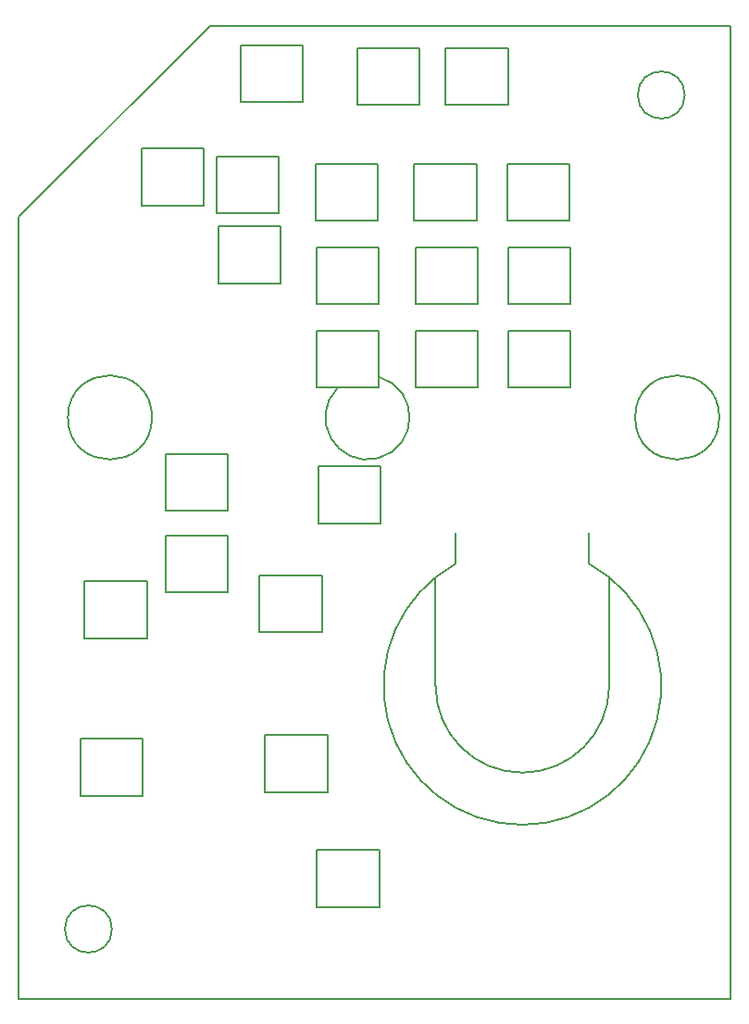
<source format=gbr>
%TF.GenerationSoftware,KiCad,Pcbnew,(6.0.7-1)-1*%
%TF.CreationDate,2023-10-29T11:46:33+10:00*%
%TF.ProjectId,Landing Gear Panel PCB V2,4c616e64-696e-4672-9047-656172205061,rev?*%
%TF.SameCoordinates,Original*%
%TF.FileFunction,OtherDrawing,Comment*%
%FSLAX46Y46*%
G04 Gerber Fmt 4.6, Leading zero omitted, Abs format (unit mm)*
G04 Created by KiCad (PCBNEW (6.0.7-1)-1) date 2023-10-29 11:46:33*
%MOMM*%
%LPD*%
G01*
G04 APERTURE LIST*
%ADD10C,0.200000*%
G04 APERTURE END LIST*
D10*
X102311199Y-87664691D02*
G75*
G03*
X114503199Y-87664690I6096001J-11141309D01*
G01*
X127457200Y-38481000D02*
X79832200Y-38481000D01*
X107123030Y-63932061D02*
X112823030Y-63932061D01*
X62369700Y-55943500D02*
X62369700Y-127381000D01*
X89618881Y-113832221D02*
X89618881Y-119032221D01*
X95318881Y-119032221D02*
X95318881Y-113832221D01*
X86278088Y-62020099D02*
X86278088Y-56820099D01*
X104312879Y-66371638D02*
X98612879Y-66371638D01*
X107123030Y-66371638D02*
X107123030Y-71571638D01*
X73573305Y-49729192D02*
X73573305Y-54929192D01*
X90079586Y-93903260D02*
X90079586Y-88703260D01*
X89584287Y-66371638D02*
X89584287Y-71571638D01*
X75768678Y-90286287D02*
X81468678Y-90286287D01*
X107082995Y-45717260D02*
X107082995Y-40517260D01*
X112823030Y-63932061D02*
X112823030Y-58732061D01*
X91525105Y-71571648D02*
G75*
G03*
X95284284Y-70585723I2721595J-2717472D01*
G01*
X89720329Y-83946820D02*
X95420329Y-83946820D01*
X107082995Y-40517260D02*
X101382995Y-40517260D01*
X94306116Y-71571638D02*
X94102948Y-71571638D01*
X93900055Y-71571638D01*
X93807188Y-71571638D01*
X81468678Y-77622010D02*
X75768678Y-77622010D01*
X107023815Y-56342091D02*
X112723815Y-56342091D01*
X80578088Y-62020099D02*
X86278088Y-62020099D01*
X93320855Y-71571638D02*
X93112117Y-71571638D01*
X92906035Y-71571638D01*
X92703029Y-71571638D01*
X92475330Y-71571638D01*
X92391249Y-71571638D01*
X101382995Y-45717260D02*
X107082995Y-45717260D01*
X104213664Y-51142091D02*
X98513664Y-51142091D01*
X80463256Y-55646895D02*
X86163256Y-55646895D01*
X98612879Y-71571638D02*
X104312879Y-71571638D01*
X112823030Y-58732061D02*
X107123030Y-58732061D01*
X112723815Y-51142091D02*
X107023815Y-51142091D01*
X104312879Y-58732061D02*
X98612879Y-58732061D01*
X81468678Y-90286287D02*
X81468678Y-85086287D01*
X95284287Y-71571638D02*
X95073370Y-71571638D01*
X94860794Y-71571638D01*
X94646496Y-71571638D01*
X94430414Y-71571638D01*
X94306116Y-71571638D01*
X104213664Y-56342091D02*
X104213664Y-51142091D01*
X100469700Y-88892066D02*
X100469700Y-98806000D01*
X81468678Y-85086287D02*
X75768678Y-85086287D01*
X86163256Y-50446895D02*
X80463256Y-50446895D01*
X88334328Y-45465962D02*
X88334328Y-40265962D01*
X89485072Y-56342091D02*
X95185072Y-56342091D01*
X88334328Y-40265962D02*
X82634328Y-40265962D01*
X82634328Y-45465962D02*
X88334328Y-45465962D01*
X98612879Y-58732061D02*
X98612879Y-63932061D01*
X107123030Y-71571638D02*
X112823030Y-71571638D01*
X95185072Y-56342091D02*
X95185072Y-51142091D01*
X73573305Y-54929192D02*
X79273305Y-54929192D01*
X116344700Y-98806000D02*
X116344700Y-88892066D01*
X90573655Y-103313572D02*
X84873655Y-103313572D01*
X95318881Y-113832221D02*
X89618881Y-113832221D01*
X112823030Y-71571638D02*
X112823030Y-66371638D01*
X84873655Y-108513572D02*
X90573655Y-108513572D01*
X95284287Y-70585710D02*
X95284287Y-70800489D01*
X95284287Y-71015679D01*
X95284287Y-71231384D01*
X95284287Y-71447707D01*
X95284287Y-71571638D01*
X89618881Y-119032221D02*
X95318881Y-119032221D01*
X127457200Y-127381000D02*
X127457200Y-38481000D01*
X126413704Y-74289123D02*
G75*
G03*
X126413704Y-74289123I-3846004J0D01*
G01*
X75768678Y-85086287D02*
X75768678Y-90286287D01*
X95420329Y-78746820D02*
X89720329Y-78746820D01*
X89584287Y-71571638D02*
X91525115Y-71571638D01*
X89584287Y-63932061D02*
X95284287Y-63932061D01*
X104312879Y-63932061D02*
X104312879Y-58732061D01*
X70872349Y-121031000D02*
G75*
G03*
X70872349Y-121031000I-2152649J0D01*
G01*
X95284287Y-58732061D02*
X89584287Y-58732061D01*
X114503200Y-84838310D02*
X114503200Y-87664691D01*
X123259849Y-44831000D02*
G75*
G03*
X123259849Y-44831000I-2152649J0D01*
G01*
X79832200Y-38481000D02*
X62369700Y-55943500D01*
X62369700Y-127381000D02*
X127457200Y-127381000D01*
X68357651Y-89267910D02*
X68357651Y-94467910D01*
X79273305Y-49729192D02*
X73573305Y-49729192D01*
X84379586Y-93903260D02*
X90079586Y-93903260D01*
X86278088Y-56820099D02*
X80578088Y-56820099D01*
X112723815Y-56342091D02*
X112723815Y-51142091D01*
X82634328Y-40265962D02*
X82634328Y-45465962D01*
X86163256Y-55646895D02*
X86163256Y-50446895D01*
X101382995Y-40517260D02*
X101382995Y-45717260D01*
X98513664Y-56342091D02*
X104213664Y-56342091D01*
X95185072Y-51142091D02*
X89485072Y-51142091D01*
X75768678Y-77622010D02*
X75768678Y-82822010D01*
X81468678Y-82822010D02*
X81468678Y-77622010D01*
X79273305Y-54929192D02*
X79273305Y-49729192D01*
X93299163Y-45717260D02*
X98999163Y-45717260D01*
X90079586Y-88703260D02*
X84379586Y-88703260D01*
X68357651Y-94467910D02*
X74057651Y-94467910D01*
X98999163Y-40517260D02*
X93299163Y-40517260D01*
X75768678Y-82822010D02*
X81468678Y-82822010D01*
X98612879Y-66371638D02*
X98612879Y-71571638D01*
X74536704Y-74289123D02*
G75*
G03*
X74536704Y-74289123I-3846004J0D01*
G01*
X68004745Y-108866478D02*
X73704745Y-108866478D01*
X73704745Y-103666478D02*
X68004745Y-103666478D01*
X89720329Y-78746820D02*
X89720329Y-83946820D01*
X100469699Y-98806000D02*
G75*
G03*
X116344701Y-98806000I7937501J0D01*
G01*
X89485072Y-51142091D02*
X89485072Y-56342091D01*
X98999163Y-45717260D02*
X98999163Y-40517260D01*
X92391249Y-71571638D02*
X92169944Y-71571638D01*
X91952135Y-71571638D01*
X91737344Y-71571638D01*
X91525094Y-71571638D01*
X112823030Y-66371638D02*
X107123030Y-66371638D01*
X93807188Y-71571638D02*
X93592751Y-71571638D01*
X93380928Y-71571638D01*
X93320855Y-71571638D01*
X102311200Y-87664691D02*
X102311200Y-84838310D01*
X73704745Y-108866478D02*
X73704745Y-103666478D01*
X95284287Y-66371638D02*
X89584287Y-66371638D01*
X95284287Y-70585725D02*
X95284287Y-66371638D01*
X95420329Y-83946820D02*
X95420329Y-78746820D01*
X107023815Y-51142091D02*
X107023815Y-56342091D01*
X68004745Y-103666478D02*
X68004745Y-108866478D01*
X80578088Y-56820099D02*
X80578088Y-62020099D01*
X95284287Y-63932061D02*
X95284287Y-58732061D01*
X74057651Y-94467910D02*
X74057651Y-89267910D01*
X84379586Y-88703260D02*
X84379586Y-93903260D01*
X80463256Y-50446895D02*
X80463256Y-55646895D01*
X107123030Y-58732061D02*
X107123030Y-63932061D01*
X90573655Y-108513572D02*
X90573655Y-103313572D01*
X98612879Y-63932061D02*
X104312879Y-63932061D01*
X104312879Y-71571638D02*
X104312879Y-66371638D01*
X89584287Y-58732061D02*
X89584287Y-63932061D01*
X98513664Y-51142091D02*
X98513664Y-56342091D01*
X74057651Y-89267910D02*
X68357651Y-89267910D01*
X93299163Y-40517260D02*
X93299163Y-45717260D01*
X84873655Y-103313572D02*
X84873655Y-108513572D01*
M02*

</source>
